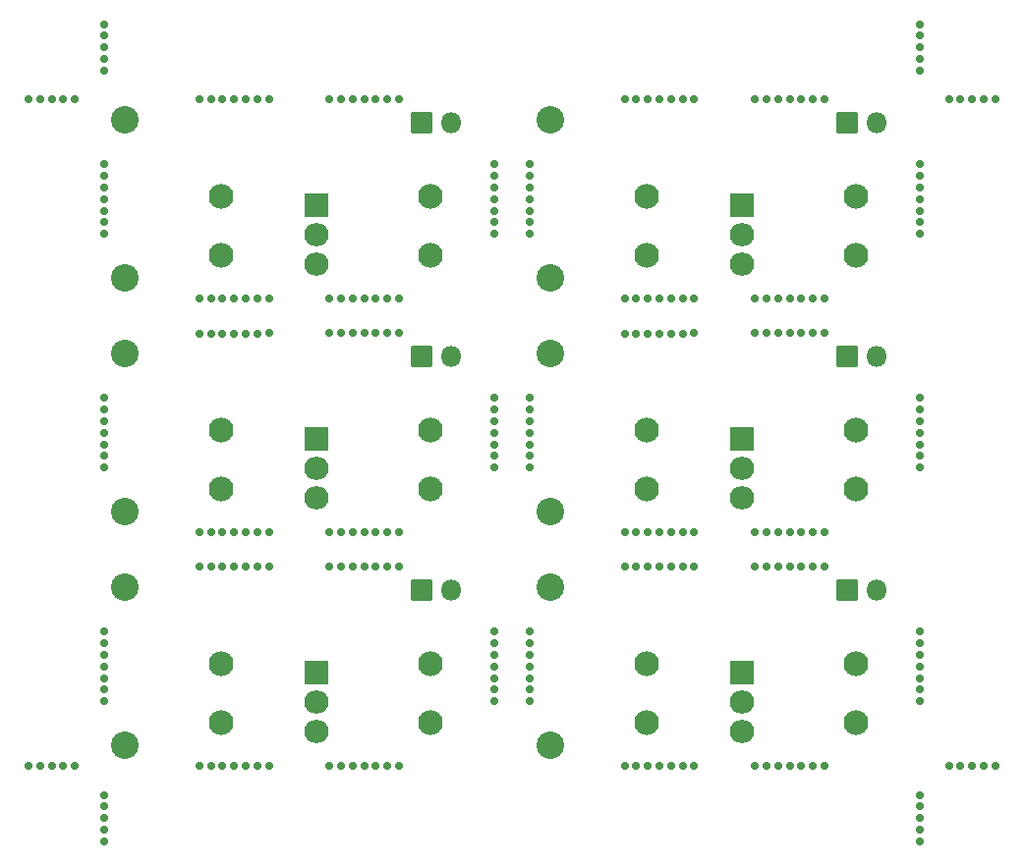
<source format=gbs>
%TF.GenerationSoftware,KiCad,Pcbnew,(6.0.5)*%
%TF.CreationDate,2022-06-05T15:56:59-07:00*%
%TF.ProjectId,mosfet_chip_panel,6d6f7366-6574-45f6-9368-69705f70616e,rev?*%
%TF.SameCoordinates,Original*%
%TF.FileFunction,Soldermask,Bot*%
%TF.FilePolarity,Negative*%
%FSLAX46Y46*%
G04 Gerber Fmt 4.6, Leading zero omitted, Abs format (unit mm)*
G04 Created by KiCad (PCBNEW (6.0.5)) date 2022-06-05 15:56:59*
%MOMM*%
%LPD*%
G01*
G04 APERTURE LIST*
G04 Aperture macros list*
%AMRoundRect*
0 Rectangle with rounded corners*
0 $1 Rounding radius*
0 $2 $3 $4 $5 $6 $7 $8 $9 X,Y pos of 4 corners*
0 Add a 4 corners polygon primitive as box body*
4,1,4,$2,$3,$4,$5,$6,$7,$8,$9,$2,$3,0*
0 Add four circle primitives for the rounded corners*
1,1,$1+$1,$2,$3*
1,1,$1+$1,$4,$5*
1,1,$1+$1,$6,$7*
1,1,$1+$1,$8,$9*
0 Add four rect primitives between the rounded corners*
20,1,$1+$1,$2,$3,$4,$5,0*
20,1,$1+$1,$4,$5,$6,$7,0*
20,1,$1+$1,$6,$7,$8,$9,0*
20,1,$1+$1,$8,$9,$2,$3,0*%
G04 Aperture macros list end*
%ADD10C,0.700000*%
%ADD11C,2.132000*%
%ADD12C,2.386000*%
%ADD13RoundRect,0.050000X0.850000X-0.850000X0.850000X0.850000X-0.850000X0.850000X-0.850000X-0.850000X0*%
%ADD14O,1.800000X1.800000*%
%ADD15RoundRect,0.050000X-1.000000X0.952500X-1.000000X-0.952500X1.000000X-0.952500X1.000000X0.952500X0*%
%ADD16O,2.100000X2.005000*%
G04 APERTURE END LIST*
D10*
X22000000Y-15500000D03*
X22002801Y-71879999D03*
X22001895Y-28580000D03*
X84084999Y-62303802D03*
X35216666Y-59303045D03*
D11*
X68750012Y-50514990D03*
X68750012Y-55594990D03*
D10*
X15500000Y-79460000D03*
X66865000Y-42158801D03*
X32216666Y-59303499D03*
X34216666Y-79456803D03*
X22000000Y-19500000D03*
X79085000Y-62303046D03*
X84084999Y-39158801D03*
X58648104Y-68880000D03*
X67865000Y-62301349D03*
X58647499Y-50730000D03*
X47433333Y-59301197D03*
X66865000Y-62301198D03*
X79085000Y-42156953D03*
X67865000Y-39156348D03*
D11*
X50149988Y-35405010D03*
X50149988Y-30325010D03*
D12*
X23800002Y-57554998D03*
D10*
X92305000Y-82960000D03*
X36216666Y-62302104D03*
X31216666Y-42158651D03*
X55646594Y-67880000D03*
X55648406Y-33579999D03*
X55646592Y-47730000D03*
X22001593Y-27580000D03*
X79085000Y-22003046D03*
X92305000Y-16500000D03*
X55646896Y-28580000D03*
X82084999Y-59301500D03*
X58648406Y-27580000D03*
X81085000Y-59301651D03*
X44433333Y-22003348D03*
X92305000Y-15500000D03*
X71864999Y-39156953D03*
X66865000Y-59303802D03*
X22003103Y-32579999D03*
X41433333Y-42157105D03*
X44433333Y-59301651D03*
X34216666Y-42158197D03*
X55646594Y-27580000D03*
X45433333Y-62303499D03*
X83084999Y-59301349D03*
X31216666Y-59303650D03*
X22002802Y-51729999D03*
D12*
X60450002Y-64054988D03*
D10*
X33216666Y-59303348D03*
X66865000Y-22001198D03*
X18500000Y-22000000D03*
X55646896Y-68880000D03*
X69865000Y-59303348D03*
X72864999Y-59302895D03*
X46433333Y-62303650D03*
X31216666Y-79456349D03*
X22003407Y-53729999D03*
D13*
X49375000Y-24005000D03*
D14*
X51915009Y-24005008D03*
D10*
X81085000Y-39158348D03*
X41433333Y-22002894D03*
X81085000Y-42156651D03*
D13*
X49375000Y-64305000D03*
D14*
X51915009Y-64305008D03*
D10*
X72864999Y-62302105D03*
X78085000Y-22002895D03*
X82084999Y-62303500D03*
X70864999Y-79456802D03*
X94805000Y-79460000D03*
X70864999Y-39156802D03*
X47433333Y-62303802D03*
X19500000Y-79460000D03*
X30216666Y-22001197D03*
D15*
X40300000Y-51255000D03*
D16*
X40299995Y-53794994D03*
X40299995Y-56334994D03*
D10*
X78085000Y-62302895D03*
X72864999Y-42157894D03*
X55647802Y-71879999D03*
X58646594Y-33579999D03*
X92301594Y-53729999D03*
X84084999Y-59301198D03*
X45433333Y-79458500D03*
X43433333Y-22003196D03*
X33216666Y-62301651D03*
X41433333Y-79457895D03*
D12*
X23800002Y-23754988D03*
D10*
X22003405Y-33579999D03*
X92305000Y-85960000D03*
X46433333Y-42156349D03*
X98805000Y-22000000D03*
X98805000Y-79460000D03*
D12*
X23800002Y-77704998D03*
D10*
X69865000Y-79456651D03*
X43433333Y-39158197D03*
X84084999Y-79458801D03*
X55647198Y-69880000D03*
X58648405Y-47730000D03*
X58646592Y-53729999D03*
D12*
X23800002Y-43904988D03*
D10*
X96805000Y-79460000D03*
X66865000Y-39156197D03*
X58647801Y-49730000D03*
X35216666Y-79456954D03*
X36216666Y-59302894D03*
X30216666Y-79456197D03*
D11*
X50149988Y-55555010D03*
X50149988Y-50475010D03*
D10*
X80085000Y-79458196D03*
X58647500Y-30580000D03*
X79085000Y-79458045D03*
X92301593Y-73879999D03*
X81085000Y-79458348D03*
X41433333Y-59302104D03*
X83084999Y-42156348D03*
X55647500Y-30580000D03*
X68865000Y-59303500D03*
X43433333Y-42156803D03*
X22001896Y-48730000D03*
D15*
X76950000Y-51255000D03*
D16*
X76949995Y-53794994D03*
X76949995Y-56334994D03*
D10*
X80085000Y-42156802D03*
X22002801Y-31579999D03*
D13*
X86025000Y-64305000D03*
D14*
X88565009Y-64305008D03*
D12*
X23800002Y-64054988D03*
D10*
X58648103Y-48730000D03*
X71864999Y-42158045D03*
X82084999Y-39158499D03*
X22002500Y-50730000D03*
X32216666Y-42158500D03*
X92301593Y-33579999D03*
X32216666Y-22001499D03*
X58647802Y-29580000D03*
X55646894Y-48730000D03*
X92302499Y-70880000D03*
X46433333Y-59301348D03*
X55647801Y-51729999D03*
X55648406Y-73879999D03*
D12*
X60450002Y-43904988D03*
D10*
X15500000Y-22000000D03*
X41433333Y-62302894D03*
X70864999Y-59303197D03*
X42433333Y-39158046D03*
X30216666Y-42158802D03*
X16500000Y-22000000D03*
D11*
X86799988Y-75705010D03*
X86799988Y-70625010D03*
D10*
X83084999Y-39158650D03*
X22002499Y-70880000D03*
X32216666Y-39156500D03*
X35216666Y-39156954D03*
X17500000Y-22000000D03*
X30216666Y-62301197D03*
X82084999Y-22003500D03*
X92305000Y-84960000D03*
D15*
X76950000Y-31105000D03*
D16*
X76949995Y-33644994D03*
X76949995Y-36184994D03*
D10*
X70864999Y-62301803D03*
X36216666Y-79457105D03*
X67865000Y-42158650D03*
X92303105Y-48730000D03*
X92302500Y-50730000D03*
X92303103Y-28580000D03*
X92305000Y-81960000D03*
X67865000Y-59303651D03*
X30216666Y-39156197D03*
X35216666Y-62301953D03*
X92303103Y-68880000D03*
X55648104Y-72879999D03*
X67865000Y-22001349D03*
D11*
X86799988Y-35405010D03*
X86799988Y-30325010D03*
D12*
X60450002Y-77704998D03*
D10*
X31216666Y-62301348D03*
X82084999Y-79458499D03*
D11*
X68750012Y-30364990D03*
X68750012Y-35444990D03*
D10*
X30216666Y-59303802D03*
X78085000Y-42157104D03*
X44433333Y-39158348D03*
X22003105Y-52729999D03*
X96805000Y-22000000D03*
X32216666Y-79456500D03*
X68865000Y-79456499D03*
X58647198Y-71879999D03*
X22003405Y-73879999D03*
X78085000Y-39157894D03*
X33216666Y-42158348D03*
X36216666Y-39157105D03*
X35216666Y-42158046D03*
X43433333Y-59301802D03*
X92302801Y-29580000D03*
X34216666Y-22001802D03*
X68865000Y-42158499D03*
X83084999Y-22003651D03*
X92302499Y-30580000D03*
X34216666Y-62301802D03*
X55647500Y-70880000D03*
X92302197Y-31579999D03*
X58647198Y-31579999D03*
X22002197Y-29580000D03*
X66865000Y-79456197D03*
X71864999Y-79456953D03*
X33216666Y-39156651D03*
X79085000Y-39158045D03*
X80085000Y-59301803D03*
D12*
X60450002Y-37404998D03*
D10*
X83084999Y-62303651D03*
D13*
X49375000Y-44155000D03*
D14*
X51915009Y-44155008D03*
D10*
X22000000Y-85960000D03*
X22000000Y-83960000D03*
D13*
X86025000Y-44155000D03*
D14*
X88565009Y-44155008D03*
D10*
X46433333Y-39158651D03*
X55647198Y-29580000D03*
X92303405Y-27580000D03*
D11*
X50149988Y-75705010D03*
X50149988Y-70625010D03*
D10*
X81085000Y-62303348D03*
X92303405Y-67880000D03*
X36216666Y-22002104D03*
X92302198Y-51729999D03*
X22000000Y-18500000D03*
X55648405Y-53729999D03*
X22003103Y-72879999D03*
X44433333Y-42156651D03*
X79085000Y-59301954D03*
X83084999Y-79458650D03*
X72864999Y-79457104D03*
X22002499Y-30580000D03*
X69865000Y-39156651D03*
D12*
X60450002Y-23754988D03*
D10*
X58648104Y-28580000D03*
X71864999Y-22001954D03*
X92305000Y-19500000D03*
D11*
X32100012Y-50514990D03*
X32100012Y-55594990D03*
D10*
X22002198Y-49730000D03*
X42433333Y-42156954D03*
X58647500Y-70880000D03*
X41433333Y-39157895D03*
X78085000Y-59302105D03*
X45433333Y-39158500D03*
X69865000Y-22001651D03*
X55647499Y-50730000D03*
D11*
X32100012Y-70664990D03*
X32100012Y-75744990D03*
D13*
X86025000Y-24005000D03*
D14*
X88565009Y-24005008D03*
D10*
X92303407Y-47730000D03*
X92301895Y-32579999D03*
X45433333Y-42156500D03*
X92305000Y-18500000D03*
D11*
X68750012Y-70664990D03*
X68750012Y-75744990D03*
D10*
X68865000Y-62301500D03*
X22000000Y-16500000D03*
X80085000Y-62303197D03*
X34216666Y-59303196D03*
X44433333Y-79458348D03*
X42433333Y-59301953D03*
X17500000Y-79460000D03*
X92305000Y-83960000D03*
X33216666Y-79456651D03*
X84084999Y-22003802D03*
X58647197Y-51729999D03*
X80085000Y-22003197D03*
X71864999Y-59303046D03*
X92302197Y-71879999D03*
X22000000Y-17500000D03*
X97805000Y-79460000D03*
X36216666Y-42157895D03*
X45433333Y-22003499D03*
X72864999Y-39157104D03*
X71864999Y-62301954D03*
X42433333Y-62303045D03*
X69865000Y-62301651D03*
X95805000Y-79460000D03*
X22000000Y-82960000D03*
X92305000Y-17500000D03*
X58646896Y-32579999D03*
X44433333Y-62303348D03*
X84084999Y-42156197D03*
X78085000Y-79457894D03*
X92302801Y-69880000D03*
X46433333Y-22003650D03*
X22001895Y-68880000D03*
X47433333Y-22003802D03*
X69865000Y-42158348D03*
X22002197Y-69880000D03*
X43433333Y-79458197D03*
X35216666Y-22001953D03*
X33216666Y-22001651D03*
X32216666Y-62301499D03*
X58646894Y-52729999D03*
X80085000Y-39158196D03*
X68865000Y-22001500D03*
D15*
X40300000Y-31105000D03*
D16*
X40299995Y-33644994D03*
X40299995Y-36184994D03*
D10*
X31216666Y-39156349D03*
X22000000Y-81960000D03*
X94805000Y-22000000D03*
X68865000Y-39156499D03*
X55647802Y-31579999D03*
X42433333Y-79458046D03*
X55647197Y-49730000D03*
X82084999Y-42156499D03*
D11*
X32100012Y-30364990D03*
X32100012Y-35444990D03*
D10*
X55648104Y-32579999D03*
X92301896Y-52729999D03*
X92301895Y-72879999D03*
D12*
X23800002Y-37404998D03*
D10*
X43433333Y-62303196D03*
D15*
X76950000Y-71405000D03*
D16*
X76949995Y-73944994D03*
X76949995Y-76484994D03*
D11*
X86799988Y-55555010D03*
X86799988Y-50475010D03*
D10*
X34216666Y-39156803D03*
X55648103Y-52729999D03*
D12*
X60450002Y-57554998D03*
D10*
X19500000Y-22000000D03*
D15*
X40300000Y-71405000D03*
D16*
X40299995Y-73944994D03*
X40299995Y-76484994D03*
D10*
X92302802Y-49730000D03*
X95805000Y-22000000D03*
X70864999Y-22001803D03*
X58648406Y-67880000D03*
X47433333Y-39158802D03*
X42433333Y-22003045D03*
X22001593Y-67880000D03*
X31216666Y-22001348D03*
X67865000Y-79456348D03*
X81085000Y-22003348D03*
X45433333Y-59301499D03*
X72864999Y-22002105D03*
X58646896Y-72879999D03*
X58647802Y-69880000D03*
X47433333Y-42156197D03*
X47433333Y-79458802D03*
X58646594Y-73879999D03*
X46433333Y-79458651D03*
X22000000Y-84960000D03*
X18500000Y-79460000D03*
X70864999Y-42158196D03*
X16500000Y-79460000D03*
X97805000Y-22000000D03*
X22001594Y-47730000D03*
M02*

</source>
